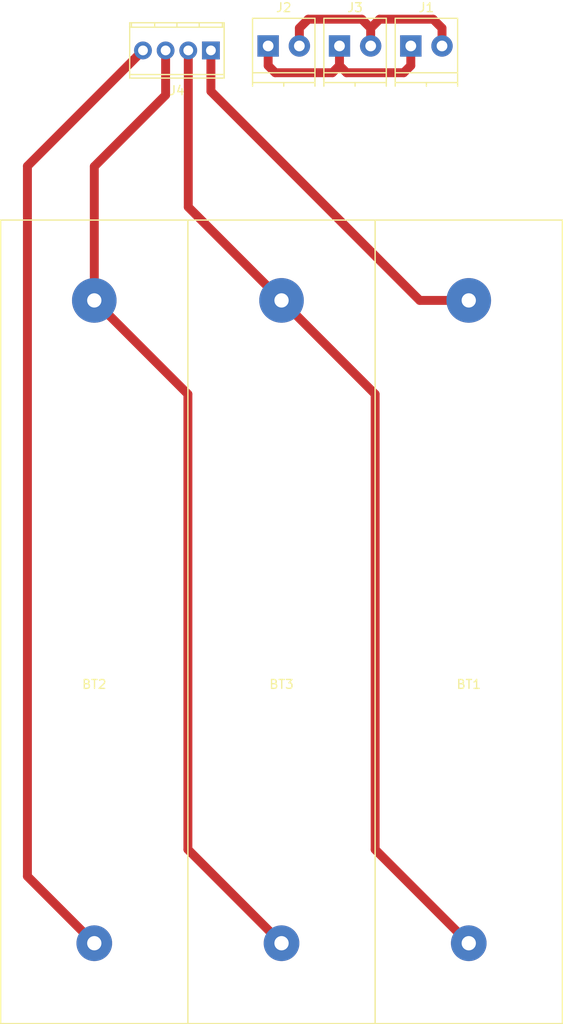
<source format=kicad_pcb>
(kicad_pcb (version 20171130) (host pcbnew 5.0.0-rc2-dev-unknown-6866c0c~65~ubuntu16.04.1)

  (general
    (thickness 1.6)
    (drawings 0)
    (tracks 35)
    (zones 0)
    (modules 7)
    (nets 7)
  )

  (page A4)
  (layers
    (0 F.Cu signal)
    (31 B.Cu signal)
    (32 B.Adhes user)
    (33 F.Adhes user)
    (34 B.Paste user)
    (35 F.Paste user)
    (36 B.SilkS user)
    (37 F.SilkS user)
    (38 B.Mask user)
    (39 F.Mask user)
    (40 Dwgs.User user)
    (41 Cmts.User user)
    (42 Eco1.User user)
    (43 Eco2.User user)
    (44 Edge.Cuts user)
    (45 Margin user)
    (46 B.CrtYd user)
    (47 F.CrtYd user)
    (48 B.Fab user)
    (49 F.Fab user)
  )

  (setup
    (last_trace_width 1)
    (trace_clearance 0.2)
    (zone_clearance 0.508)
    (zone_45_only no)
    (trace_min 0.2)
    (segment_width 0.2)
    (edge_width 0.15)
    (via_size 0.8)
    (via_drill 0.4)
    (via_min_size 0.4)
    (via_min_drill 0.3)
    (uvia_size 0.3)
    (uvia_drill 0.1)
    (uvias_allowed no)
    (uvia_min_size 0.2)
    (uvia_min_drill 0.1)
    (pcb_text_width 0.3)
    (pcb_text_size 1.5 1.5)
    (mod_edge_width 0.15)
    (mod_text_size 1 1)
    (mod_text_width 0.15)
    (pad_size 1.524 1.524)
    (pad_drill 0.762)
    (pad_to_mask_clearance 0.2)
    (aux_axis_origin 0 0)
    (visible_elements FFFFFF7F)
    (pcbplotparams
      (layerselection 0x010fc_ffffffff)
      (usegerberextensions false)
      (usegerberattributes false)
      (usegerberadvancedattributes false)
      (creategerberjobfile false)
      (excludeedgelayer true)
      (linewidth 0.100000)
      (plotframeref false)
      (viasonmask false)
      (mode 1)
      (useauxorigin false)
      (hpglpennumber 1)
      (hpglpenspeed 20)
      (hpglpendiameter 15)
      (psnegative false)
      (psa4output false)
      (plotreference true)
      (plotvalue true)
      (plotinvisibletext false)
      (padsonsilk false)
      (subtractmaskfromsilk false)
      (outputformat 1)
      (mirror false)
      (drillshape 1)
      (scaleselection 1)
      (outputdirectory ""))
  )

  (net 0 "")
  (net 1 /B1)
  (net 2 /B-)
  (net 3 /B+)
  (net 4 /B2)
  (net 5 "Net-(J1-Pad1)")
  (net 6 "Net-(J1-Pad2)")

  (net_class Default "This is the default net class."
    (clearance 0.2)
    (trace_width 1)
    (via_dia 0.8)
    (via_drill 0.4)
    (uvia_dia 0.3)
    (uvia_drill 0.1)
    (add_net /B+)
    (add_net /B-)
    (add_net /B1)
    (add_net /B2)
    (add_net "Net-(J1-Pad1)")
    (add_net "Net-(J1-Pad2)")
  )

  (module holder:18650Holder (layer F.Cu) (tedit 5AF9DF41) (tstamp 5AF9E649)
    (at 158 109)
    (path /5AF9DD26)
    (fp_text reference BT1 (at 0 2) (layer F.SilkS)
      (effects (font (size 1 1) (thickness 0.15)))
    )
    (fp_text value Battery_Cell (at 0 0) (layer F.Fab)
      (effects (font (size 1 1) (thickness 0.15)))
    )
    (fp_text user - (at 5 30.5) (layer F.CrtYd)
      (effects (font (size 5 5) (thickness 0.15)))
    )
    (fp_text user + (at 5.5 -41.5) (layer F.CrtYd)
      (effects (font (size 5 5) (thickness 0.15)))
    )
    (fp_line (start -10.5 40) (end -10.5 -50) (layer F.CrtYd) (width 0.15))
    (fp_line (start 10.5 40) (end -10.5 40) (layer F.CrtYd) (width 0.15))
    (fp_line (start 10.5 -50) (end 10.5 40) (layer F.CrtYd) (width 0.15))
    (fp_line (start -10.5 -50) (end 10.5 -50) (layer F.CrtYd) (width 0.15))
    (fp_line (start -10.5 40) (end -10.5 -50) (layer F.SilkS) (width 0.15))
    (fp_line (start 10.5 40) (end -10.5 40) (layer F.SilkS) (width 0.15))
    (fp_line (start 10.5 -50) (end 10.5 40) (layer F.SilkS) (width 0.15))
    (fp_line (start -10.5 -50) (end 10.5 -50) (layer F.SilkS) (width 0.15))
    (pad 2 thru_hole circle (at 0 -41) (size 5 5) (drill 1.6) (layers *.Cu *.Mask)
      (net 2 /B-))
    (pad 1 thru_hole circle (at 0 31) (size 4 4) (drill 1.6) (layers *.Cu *.Mask)
      (net 1 /B1))
  )

  (module holder:18650Holder (layer F.Cu) (tedit 5AF9DF41) (tstamp 5AF9E74F)
    (at 116 109)
    (path /5AF9E222)
    (fp_text reference BT2 (at 0 2) (layer F.SilkS)
      (effects (font (size 1 1) (thickness 0.15)))
    )
    (fp_text value Battery_Cell (at 0 0) (layer F.Fab)
      (effects (font (size 1 1) (thickness 0.15)))
    )
    (fp_text user - (at 5 30.5) (layer F.CrtYd)
      (effects (font (size 5 5) (thickness 0.15)))
    )
    (fp_text user + (at 5.5 -41.5) (layer F.CrtYd)
      (effects (font (size 5 5) (thickness 0.15)))
    )
    (fp_line (start -10.5 40) (end -10.5 -50) (layer F.CrtYd) (width 0.15))
    (fp_line (start 10.5 40) (end -10.5 40) (layer F.CrtYd) (width 0.15))
    (fp_line (start 10.5 -50) (end 10.5 40) (layer F.CrtYd) (width 0.15))
    (fp_line (start -10.5 -50) (end 10.5 -50) (layer F.CrtYd) (width 0.15))
    (fp_line (start -10.5 40) (end -10.5 -50) (layer F.SilkS) (width 0.15))
    (fp_line (start 10.5 40) (end -10.5 40) (layer F.SilkS) (width 0.15))
    (fp_line (start 10.5 -50) (end 10.5 40) (layer F.SilkS) (width 0.15))
    (fp_line (start -10.5 -50) (end 10.5 -50) (layer F.SilkS) (width 0.15))
    (pad 2 thru_hole circle (at 0 -41) (size 5 5) (drill 1.6) (layers *.Cu *.Mask)
      (net 4 /B2))
    (pad 1 thru_hole circle (at 0 31) (size 4 4) (drill 1.6) (layers *.Cu *.Mask)
      (net 3 /B+))
  )

  (module holder:18650Holder (layer F.Cu) (tedit 5AF9DF41) (tstamp 5AF9E386)
    (at 137 109)
    (path /5AF9E19A)
    (fp_text reference BT3 (at 0 2) (layer F.SilkS)
      (effects (font (size 1 1) (thickness 0.15)))
    )
    (fp_text value Battery_Cell (at 0.5 -0.5) (layer F.Fab)
      (effects (font (size 1 1) (thickness 0.15)))
    )
    (fp_line (start -10.5 -50) (end 10.5 -50) (layer F.SilkS) (width 0.15))
    (fp_line (start 10.5 -50) (end 10.5 40) (layer F.SilkS) (width 0.15))
    (fp_line (start 10.5 40) (end -10.5 40) (layer F.SilkS) (width 0.15))
    (fp_line (start -10.5 40) (end -10.5 -50) (layer F.SilkS) (width 0.15))
    (fp_line (start -10.5 -50) (end 10.5 -50) (layer F.CrtYd) (width 0.15))
    (fp_line (start 10.5 -50) (end 10.5 40) (layer F.CrtYd) (width 0.15))
    (fp_line (start 10.5 40) (end -10.5 40) (layer F.CrtYd) (width 0.15))
    (fp_line (start -10.5 40) (end -10.5 -50) (layer F.CrtYd) (width 0.15))
    (fp_text user + (at 5.5 -41.5) (layer F.CrtYd)
      (effects (font (size 5 5) (thickness 0.15)))
    )
    (fp_text user - (at 5 30.5) (layer F.CrtYd)
      (effects (font (size 5 5) (thickness 0.15)))
    )
    (pad 1 thru_hole circle (at 0 31) (size 4 4) (drill 1.6) (layers *.Cu *.Mask)
      (net 4 /B2))
    (pad 2 thru_hole circle (at 0 -41) (size 5 5) (drill 1.6) (layers *.Cu *.Mask)
      (net 1 /B1))
  )

  (module TerminalBlocks_Phoenix:TerminalBlock_Phoenix_PT-3.5mm_2pol (layer F.Cu) (tedit 59FF0756) (tstamp 5AF9E3AD)
    (at 135.5 39.5)
    (descr "2-way 3.5mm pitch terminal block, Phoenix PT series")
    (path /5AF9EB5B)
    (fp_text reference J2 (at 1.75 -4.3) (layer F.SilkS)
      (effects (font (size 1 1) (thickness 0.15)))
    )
    (fp_text value Screw_Terminal_01x02 (at 1.75 6) (layer F.Fab)
      (effects (font (size 1 1) (thickness 0.15)))
    )
    (fp_line (start 5.25 -3.1) (end -1.75 -3.1) (layer F.SilkS) (width 0.15))
    (fp_line (start 5.25 4.5) (end 5.25 -3.1) (layer F.SilkS) (width 0.15))
    (fp_line (start -1.75 -3.1) (end -1.75 4.5) (layer F.SilkS) (width 0.15))
    (fp_line (start -1.75 4.1) (end 5.25 4.1) (layer F.SilkS) (width 0.15))
    (fp_line (start -1.75 3) (end 5.25 3) (layer F.SilkS) (width 0.15))
    (fp_line (start 1.75 4.1) (end 1.75 4.5) (layer F.SilkS) (width 0.15))
    (fp_line (start 5.4 -3.3) (end 5.4 4.7) (layer F.CrtYd) (width 0.05))
    (fp_line (start 5.4 4.7) (end -1.9 4.7) (layer F.CrtYd) (width 0.05))
    (fp_line (start -1.9 4.7) (end -1.9 -3.3) (layer F.CrtYd) (width 0.05))
    (fp_line (start -1.9 -3.3) (end 5.4 -3.3) (layer F.CrtYd) (width 0.05))
    (fp_text user %R (at 1.75 0) (layer F.Fab)
      (effects (font (size 1 1) (thickness 0.15)))
    )
    (pad 1 thru_hole rect (at 0 0) (size 2.4 2.4) (drill 1.2) (layers *.Cu *.Mask)
      (net 5 "Net-(J1-Pad1)"))
    (pad 2 thru_hole circle (at 3.5 0) (size 2.4 2.4) (drill 1.2) (layers *.Cu *.Mask)
      (net 6 "Net-(J1-Pad2)"))
    (model ${KISYS3DMOD}/TerminalBlock_Phoenix.3dshapes/TerminalBlock_Phoenix_PT-3.5mm_2pol.wrl
      (at (xyz 0 0 0))
      (scale (xyz 1 1 1))
      (rotate (xyz 0 0 0))
    )
  )

  (module TerminalBlocks_Phoenix:TerminalBlock_Phoenix_PT-3.5mm_2pol (layer F.Cu) (tedit 59FF0756) (tstamp 5AF9E3BE)
    (at 143.5 39.5)
    (descr "2-way 3.5mm pitch terminal block, Phoenix PT series")
    (path /5AF9EAC1)
    (fp_text reference J3 (at 1.75 -4.3) (layer F.SilkS)
      (effects (font (size 1 1) (thickness 0.15)))
    )
    (fp_text value Screw_Terminal_01x02 (at 1.75 6) (layer F.Fab)
      (effects (font (size 1 1) (thickness 0.15)))
    )
    (fp_text user %R (at 1.75 0) (layer F.Fab)
      (effects (font (size 1 1) (thickness 0.15)))
    )
    (fp_line (start -1.9 -3.3) (end 5.4 -3.3) (layer F.CrtYd) (width 0.05))
    (fp_line (start -1.9 4.7) (end -1.9 -3.3) (layer F.CrtYd) (width 0.05))
    (fp_line (start 5.4 4.7) (end -1.9 4.7) (layer F.CrtYd) (width 0.05))
    (fp_line (start 5.4 -3.3) (end 5.4 4.7) (layer F.CrtYd) (width 0.05))
    (fp_line (start 1.75 4.1) (end 1.75 4.5) (layer F.SilkS) (width 0.15))
    (fp_line (start -1.75 3) (end 5.25 3) (layer F.SilkS) (width 0.15))
    (fp_line (start -1.75 4.1) (end 5.25 4.1) (layer F.SilkS) (width 0.15))
    (fp_line (start -1.75 -3.1) (end -1.75 4.5) (layer F.SilkS) (width 0.15))
    (fp_line (start 5.25 4.5) (end 5.25 -3.1) (layer F.SilkS) (width 0.15))
    (fp_line (start 5.25 -3.1) (end -1.75 -3.1) (layer F.SilkS) (width 0.15))
    (pad 2 thru_hole circle (at 3.5 0) (size 2.4 2.4) (drill 1.2) (layers *.Cu *.Mask)
      (net 6 "Net-(J1-Pad2)"))
    (pad 1 thru_hole rect (at 0 0) (size 2.4 2.4) (drill 1.2) (layers *.Cu *.Mask)
      (net 5 "Net-(J1-Pad1)"))
    (model ${KISYS3DMOD}/TerminalBlock_Phoenix.3dshapes/TerminalBlock_Phoenix_PT-3.5mm_2pol.wrl
      (at (xyz 0 0 0))
      (scale (xyz 1 1 1))
      (rotate (xyz 0 0 0))
    )
  )

  (module TerminalBlocks_Phoenix:TerminalBlock_Phoenix_MPT-2.54mm_4pol (layer F.Cu) (tedit 59FF0755) (tstamp 5AF9E3D6)
    (at 129.08 40 180)
    (descr "4-way 2.54mm pitch terminal block, Phoenix MPT series")
    (path /5AF9E553)
    (fp_text reference J4 (at 3.81 -4.50088 180) (layer F.SilkS)
      (effects (font (size 1 1) (thickness 0.15)))
    )
    (fp_text value Conn_01x04_Male (at 3.81 4.50088 180) (layer F.Fab)
      (effects (font (size 1 1) (thickness 0.15)))
    )
    (fp_text user %R (at 3.81 0 180) (layer F.Fab)
      (effects (font (size 1 1) (thickness 0.15)))
    )
    (fp_line (start -1.78 -3.3) (end 9.4 -3.3) (layer F.CrtYd) (width 0.05))
    (fp_line (start -1.78 3.3) (end -1.78 -3.3) (layer F.CrtYd) (width 0.05))
    (fp_line (start 9.4 3.3) (end -1.78 3.3) (layer F.CrtYd) (width 0.05))
    (fp_line (start 9.4 -3.3) (end 9.4 3.3) (layer F.CrtYd) (width 0.05))
    (fp_line (start 9.11098 -3.0988) (end -1.49098 -3.0988) (layer F.SilkS) (width 0.15))
    (fp_line (start -1.49098 -2.70002) (end 9.11098 -2.70002) (layer F.SilkS) (width 0.15))
    (fp_line (start -1.49098 2.60096) (end 9.11098 2.60096) (layer F.SilkS) (width 0.15))
    (fp_line (start 9.11098 3.0988) (end -1.49098 3.0988) (layer F.SilkS) (width 0.15))
    (fp_line (start 6.30682 2.60096) (end 6.30682 3.0988) (layer F.SilkS) (width 0.15))
    (fp_line (start 3.81 2.60096) (end 3.81 3.0988) (layer F.SilkS) (width 0.15))
    (fp_line (start -1.28778 3.0988) (end -1.28778 2.60096) (layer F.SilkS) (width 0.15))
    (fp_line (start 8.91032 2.60096) (end 8.91032 3.0988) (layer F.SilkS) (width 0.15))
    (fp_line (start 1.31318 3.0988) (end 1.31318 2.60096) (layer F.SilkS) (width 0.15))
    (fp_line (start 9.10844 3.0988) (end 9.10844 -3.0988) (layer F.SilkS) (width 0.15))
    (fp_line (start -1.4859 -3.0988) (end -1.4859 3.0988) (layer F.SilkS) (width 0.15))
    (pad 4 thru_hole oval (at 7.62 0) (size 1.99898 1.99898) (drill 1.09728) (layers *.Cu *.Mask)
      (net 3 /B+))
    (pad 1 thru_hole rect (at 0 0) (size 1.99898 1.99898) (drill 1.09728) (layers *.Cu *.Mask)
      (net 2 /B-))
    (pad 2 thru_hole oval (at 2.54 0) (size 1.99898 1.99898) (drill 1.09728) (layers *.Cu *.Mask)
      (net 1 /B1))
    (pad 3 thru_hole oval (at 5.08 0) (size 1.99898 1.99898) (drill 1.09728) (layers *.Cu *.Mask)
      (net 4 /B2))
    (model ${KISYS3DMOD}/TerminalBlock_Phoenix.3dshapes/TerminalBlock_Phoenix_MPT-2.54mm_4pol.wrl
      (offset (xyz 3.809999942779541 0 0))
      (scale (xyz 1 1 1))
      (rotate (xyz 0 0 0))
    )
  )

  (module TerminalBlocks_Phoenix:TerminalBlock_Phoenix_PT-3.5mm_2pol (layer F.Cu) (tedit 59FF0756) (tstamp 5AF9F2E0)
    (at 151.5 39.5)
    (descr "2-way 3.5mm pitch terminal block, Phoenix PT series")
    (path /5AF9F5B6)
    (fp_text reference J1 (at 1.75 -4.3) (layer F.SilkS)
      (effects (font (size 1 1) (thickness 0.15)))
    )
    (fp_text value Conn_01x02_Male (at 1.75 6) (layer F.Fab)
      (effects (font (size 1 1) (thickness 0.15)))
    )
    (fp_line (start 5.25 -3.1) (end -1.75 -3.1) (layer F.SilkS) (width 0.15))
    (fp_line (start 5.25 4.5) (end 5.25 -3.1) (layer F.SilkS) (width 0.15))
    (fp_line (start -1.75 -3.1) (end -1.75 4.5) (layer F.SilkS) (width 0.15))
    (fp_line (start -1.75 4.1) (end 5.25 4.1) (layer F.SilkS) (width 0.15))
    (fp_line (start -1.75 3) (end 5.25 3) (layer F.SilkS) (width 0.15))
    (fp_line (start 1.75 4.1) (end 1.75 4.5) (layer F.SilkS) (width 0.15))
    (fp_line (start 5.4 -3.3) (end 5.4 4.7) (layer F.CrtYd) (width 0.05))
    (fp_line (start 5.4 4.7) (end -1.9 4.7) (layer F.CrtYd) (width 0.05))
    (fp_line (start -1.9 4.7) (end -1.9 -3.3) (layer F.CrtYd) (width 0.05))
    (fp_line (start -1.9 -3.3) (end 5.4 -3.3) (layer F.CrtYd) (width 0.05))
    (fp_text user %R (at 1.75 0) (layer F.Fab)
      (effects (font (size 1 1) (thickness 0.15)))
    )
    (pad 1 thru_hole rect (at 0 0) (size 2.4 2.4) (drill 1.2) (layers *.Cu *.Mask)
      (net 5 "Net-(J1-Pad1)"))
    (pad 2 thru_hole circle (at 3.5 0) (size 2.4 2.4) (drill 1.2) (layers *.Cu *.Mask)
      (net 6 "Net-(J1-Pad2)"))
    (model ${KISYS3DMOD}/TerminalBlock_Phoenix.3dshapes/TerminalBlock_Phoenix_PT-3.5mm_2pol.wrl
      (at (xyz 0 0 0))
      (scale (xyz 1 1 1))
      (rotate (xyz 0 0 0))
    )
  )

  (segment (start 147.5 129.5) (end 158 140) (width 1) (layer F.Cu) (net 1))
  (segment (start 137 68) (end 147.5 78.5) (width 1) (layer F.Cu) (net 1))
  (segment (start 147.5 78.5) (end 147.5 129.5) (width 1) (layer F.Cu) (net 1))
  (segment (start 126.54 57.54) (end 126.54 40) (width 1) (layer F.Cu) (net 1))
  (segment (start 137 68) (end 126.54 57.54) (width 1) (layer F.Cu) (net 1))
  (segment (start 158 68) (end 152.5 68) (width 1) (layer F.Cu) (net 2))
  (segment (start 129.08 44.58) (end 129.08 40) (width 1) (layer F.Cu) (net 2))
  (segment (start 152.5 68) (end 129.08 44.58) (width 1) (layer F.Cu) (net 2))
  (segment (start 108.5 52.96) (end 121.46 40) (width 1) (layer F.Cu) (net 3))
  (segment (start 116 140) (end 108.5 132.5) (width 1) (layer F.Cu) (net 3))
  (segment (start 108.5 132.5) (end 108.5 52.96) (width 1) (layer F.Cu) (net 3))
  (segment (start 116 68) (end 126.5 78.5) (width 1) (layer F.Cu) (net 4))
  (segment (start 126.5 129.5) (end 137 140) (width 1) (layer F.Cu) (net 4))
  (segment (start 126.5 78.5) (end 126.5 129.5) (width 1) (layer F.Cu) (net 4))
  (segment (start 116 68) (end 116 53) (width 1) (layer F.Cu) (net 4))
  (segment (start 124 45) (end 124 40) (width 1) (layer F.Cu) (net 4))
  (segment (start 116 53) (end 124 45) (width 1) (layer F.Cu) (net 4))
  (segment (start 142.7 42.5) (end 143.5 41.7) (width 1) (layer F.Cu) (net 5))
  (segment (start 136.3 42.5) (end 142.7 42.5) (width 1) (layer F.Cu) (net 5))
  (segment (start 135.5 41.7) (end 136.3 42.5) (width 1) (layer F.Cu) (net 5))
  (segment (start 135.5 39.5) (end 135.5 41.7) (width 1) (layer F.Cu) (net 5))
  (segment (start 143.5 39.5) (end 143.5 41.7) (width 1) (layer F.Cu) (net 5))
  (segment (start 151.5 41.7) (end 150.7 42.5) (width 1) (layer F.Cu) (net 5))
  (segment (start 151.5 39.5) (end 151.5 41.7) (width 1) (layer F.Cu) (net 5))
  (segment (start 144.3 42.5) (end 143.5 41.7) (width 1) (layer F.Cu) (net 5))
  (segment (start 150.7 42.5) (end 144.3 42.5) (width 1) (layer F.Cu) (net 5))
  (segment (start 147 37.5) (end 147 39.5) (width 1) (layer F.Cu) (net 6))
  (segment (start 146 36.5) (end 147 37.5) (width 1) (layer F.Cu) (net 6))
  (segment (start 140 36.5) (end 146 36.5) (width 1) (layer F.Cu) (net 6))
  (segment (start 139 39.5) (end 139 37.5) (width 1) (layer F.Cu) (net 6))
  (segment (start 139 37.5) (end 140 36.5) (width 1) (layer F.Cu) (net 6))
  (segment (start 148 36.5) (end 147 37.5) (width 1) (layer F.Cu) (net 6))
  (segment (start 154 36.5) (end 148 36.5) (width 1) (layer F.Cu) (net 6))
  (segment (start 155 39.5) (end 155 37.5) (width 1) (layer F.Cu) (net 6))
  (segment (start 155 37.5) (end 154 36.5) (width 1) (layer F.Cu) (net 6))

)

</source>
